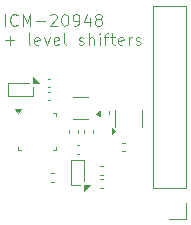
<source format=gto>
G04 #@! TF.GenerationSoftware,KiCad,Pcbnew,9.0.4*
G04 #@! TF.CreationDate,2025-09-29T17:09:58+02:00*
G04 #@! TF.ProjectId,icm_20948_breakout,69636d5f-3230-4393-9438-5f627265616b,rev?*
G04 #@! TF.SameCoordinates,Original*
G04 #@! TF.FileFunction,Legend,Top*
G04 #@! TF.FilePolarity,Positive*
%FSLAX46Y46*%
G04 Gerber Fmt 4.6, Leading zero omitted, Abs format (unit mm)*
G04 Created by KiCad (PCBNEW 9.0.4) date 2025-09-29 17:09:58*
%MOMM*%
%LPD*%
G01*
G04 APERTURE LIST*
%ADD10C,0.100000*%
%ADD11C,0.120000*%
G04 APERTURE END LIST*
D10*
X122303884Y-78562475D02*
X122303884Y-77562475D01*
X123351502Y-78467236D02*
X123303883Y-78514856D01*
X123303883Y-78514856D02*
X123161026Y-78562475D01*
X123161026Y-78562475D02*
X123065788Y-78562475D01*
X123065788Y-78562475D02*
X122922931Y-78514856D01*
X122922931Y-78514856D02*
X122827693Y-78419617D01*
X122827693Y-78419617D02*
X122780074Y-78324379D01*
X122780074Y-78324379D02*
X122732455Y-78133903D01*
X122732455Y-78133903D02*
X122732455Y-77991046D01*
X122732455Y-77991046D02*
X122780074Y-77800570D01*
X122780074Y-77800570D02*
X122827693Y-77705332D01*
X122827693Y-77705332D02*
X122922931Y-77610094D01*
X122922931Y-77610094D02*
X123065788Y-77562475D01*
X123065788Y-77562475D02*
X123161026Y-77562475D01*
X123161026Y-77562475D02*
X123303883Y-77610094D01*
X123303883Y-77610094D02*
X123351502Y-77657713D01*
X123780074Y-78562475D02*
X123780074Y-77562475D01*
X123780074Y-77562475D02*
X124113407Y-78276760D01*
X124113407Y-78276760D02*
X124446740Y-77562475D01*
X124446740Y-77562475D02*
X124446740Y-78562475D01*
X124922931Y-78181522D02*
X125684836Y-78181522D01*
X126113407Y-77657713D02*
X126161026Y-77610094D01*
X126161026Y-77610094D02*
X126256264Y-77562475D01*
X126256264Y-77562475D02*
X126494359Y-77562475D01*
X126494359Y-77562475D02*
X126589597Y-77610094D01*
X126589597Y-77610094D02*
X126637216Y-77657713D01*
X126637216Y-77657713D02*
X126684835Y-77752951D01*
X126684835Y-77752951D02*
X126684835Y-77848189D01*
X126684835Y-77848189D02*
X126637216Y-77991046D01*
X126637216Y-77991046D02*
X126065788Y-78562475D01*
X126065788Y-78562475D02*
X126684835Y-78562475D01*
X127303883Y-77562475D02*
X127399121Y-77562475D01*
X127399121Y-77562475D02*
X127494359Y-77610094D01*
X127494359Y-77610094D02*
X127541978Y-77657713D01*
X127541978Y-77657713D02*
X127589597Y-77752951D01*
X127589597Y-77752951D02*
X127637216Y-77943427D01*
X127637216Y-77943427D02*
X127637216Y-78181522D01*
X127637216Y-78181522D02*
X127589597Y-78371998D01*
X127589597Y-78371998D02*
X127541978Y-78467236D01*
X127541978Y-78467236D02*
X127494359Y-78514856D01*
X127494359Y-78514856D02*
X127399121Y-78562475D01*
X127399121Y-78562475D02*
X127303883Y-78562475D01*
X127303883Y-78562475D02*
X127208645Y-78514856D01*
X127208645Y-78514856D02*
X127161026Y-78467236D01*
X127161026Y-78467236D02*
X127113407Y-78371998D01*
X127113407Y-78371998D02*
X127065788Y-78181522D01*
X127065788Y-78181522D02*
X127065788Y-77943427D01*
X127065788Y-77943427D02*
X127113407Y-77752951D01*
X127113407Y-77752951D02*
X127161026Y-77657713D01*
X127161026Y-77657713D02*
X127208645Y-77610094D01*
X127208645Y-77610094D02*
X127303883Y-77562475D01*
X128113407Y-78562475D02*
X128303883Y-78562475D01*
X128303883Y-78562475D02*
X128399121Y-78514856D01*
X128399121Y-78514856D02*
X128446740Y-78467236D01*
X128446740Y-78467236D02*
X128541978Y-78324379D01*
X128541978Y-78324379D02*
X128589597Y-78133903D01*
X128589597Y-78133903D02*
X128589597Y-77752951D01*
X128589597Y-77752951D02*
X128541978Y-77657713D01*
X128541978Y-77657713D02*
X128494359Y-77610094D01*
X128494359Y-77610094D02*
X128399121Y-77562475D01*
X128399121Y-77562475D02*
X128208645Y-77562475D01*
X128208645Y-77562475D02*
X128113407Y-77610094D01*
X128113407Y-77610094D02*
X128065788Y-77657713D01*
X128065788Y-77657713D02*
X128018169Y-77752951D01*
X128018169Y-77752951D02*
X128018169Y-77991046D01*
X128018169Y-77991046D02*
X128065788Y-78086284D01*
X128065788Y-78086284D02*
X128113407Y-78133903D01*
X128113407Y-78133903D02*
X128208645Y-78181522D01*
X128208645Y-78181522D02*
X128399121Y-78181522D01*
X128399121Y-78181522D02*
X128494359Y-78133903D01*
X128494359Y-78133903D02*
X128541978Y-78086284D01*
X128541978Y-78086284D02*
X128589597Y-77991046D01*
X129446740Y-77895808D02*
X129446740Y-78562475D01*
X129208645Y-77514856D02*
X128970550Y-78229141D01*
X128970550Y-78229141D02*
X129589597Y-78229141D01*
X130113407Y-77991046D02*
X130018169Y-77943427D01*
X130018169Y-77943427D02*
X129970550Y-77895808D01*
X129970550Y-77895808D02*
X129922931Y-77800570D01*
X129922931Y-77800570D02*
X129922931Y-77752951D01*
X129922931Y-77752951D02*
X129970550Y-77657713D01*
X129970550Y-77657713D02*
X130018169Y-77610094D01*
X130018169Y-77610094D02*
X130113407Y-77562475D01*
X130113407Y-77562475D02*
X130303883Y-77562475D01*
X130303883Y-77562475D02*
X130399121Y-77610094D01*
X130399121Y-77610094D02*
X130446740Y-77657713D01*
X130446740Y-77657713D02*
X130494359Y-77752951D01*
X130494359Y-77752951D02*
X130494359Y-77800570D01*
X130494359Y-77800570D02*
X130446740Y-77895808D01*
X130446740Y-77895808D02*
X130399121Y-77943427D01*
X130399121Y-77943427D02*
X130303883Y-77991046D01*
X130303883Y-77991046D02*
X130113407Y-77991046D01*
X130113407Y-77991046D02*
X130018169Y-78038665D01*
X130018169Y-78038665D02*
X129970550Y-78086284D01*
X129970550Y-78086284D02*
X129922931Y-78181522D01*
X129922931Y-78181522D02*
X129922931Y-78371998D01*
X129922931Y-78371998D02*
X129970550Y-78467236D01*
X129970550Y-78467236D02*
X130018169Y-78514856D01*
X130018169Y-78514856D02*
X130113407Y-78562475D01*
X130113407Y-78562475D02*
X130303883Y-78562475D01*
X130303883Y-78562475D02*
X130399121Y-78514856D01*
X130399121Y-78514856D02*
X130446740Y-78467236D01*
X130446740Y-78467236D02*
X130494359Y-78371998D01*
X130494359Y-78371998D02*
X130494359Y-78181522D01*
X130494359Y-78181522D02*
X130446740Y-78086284D01*
X130446740Y-78086284D02*
X130399121Y-78038665D01*
X130399121Y-78038665D02*
X130303883Y-77991046D01*
X122303884Y-79791466D02*
X123065789Y-79791466D01*
X122684836Y-80172419D02*
X122684836Y-79410514D01*
X124446741Y-80172419D02*
X124351503Y-80124800D01*
X124351503Y-80124800D02*
X124303884Y-80029561D01*
X124303884Y-80029561D02*
X124303884Y-79172419D01*
X125208646Y-80124800D02*
X125113408Y-80172419D01*
X125113408Y-80172419D02*
X124922932Y-80172419D01*
X124922932Y-80172419D02*
X124827694Y-80124800D01*
X124827694Y-80124800D02*
X124780075Y-80029561D01*
X124780075Y-80029561D02*
X124780075Y-79648609D01*
X124780075Y-79648609D02*
X124827694Y-79553371D01*
X124827694Y-79553371D02*
X124922932Y-79505752D01*
X124922932Y-79505752D02*
X125113408Y-79505752D01*
X125113408Y-79505752D02*
X125208646Y-79553371D01*
X125208646Y-79553371D02*
X125256265Y-79648609D01*
X125256265Y-79648609D02*
X125256265Y-79743847D01*
X125256265Y-79743847D02*
X124780075Y-79839085D01*
X125589599Y-79505752D02*
X125827694Y-80172419D01*
X125827694Y-80172419D02*
X126065789Y-79505752D01*
X126827694Y-80124800D02*
X126732456Y-80172419D01*
X126732456Y-80172419D02*
X126541980Y-80172419D01*
X126541980Y-80172419D02*
X126446742Y-80124800D01*
X126446742Y-80124800D02*
X126399123Y-80029561D01*
X126399123Y-80029561D02*
X126399123Y-79648609D01*
X126399123Y-79648609D02*
X126446742Y-79553371D01*
X126446742Y-79553371D02*
X126541980Y-79505752D01*
X126541980Y-79505752D02*
X126732456Y-79505752D01*
X126732456Y-79505752D02*
X126827694Y-79553371D01*
X126827694Y-79553371D02*
X126875313Y-79648609D01*
X126875313Y-79648609D02*
X126875313Y-79743847D01*
X126875313Y-79743847D02*
X126399123Y-79839085D01*
X127446742Y-80172419D02*
X127351504Y-80124800D01*
X127351504Y-80124800D02*
X127303885Y-80029561D01*
X127303885Y-80029561D02*
X127303885Y-79172419D01*
X128541981Y-80124800D02*
X128637219Y-80172419D01*
X128637219Y-80172419D02*
X128827695Y-80172419D01*
X128827695Y-80172419D02*
X128922933Y-80124800D01*
X128922933Y-80124800D02*
X128970552Y-80029561D01*
X128970552Y-80029561D02*
X128970552Y-79981942D01*
X128970552Y-79981942D02*
X128922933Y-79886704D01*
X128922933Y-79886704D02*
X128827695Y-79839085D01*
X128827695Y-79839085D02*
X128684838Y-79839085D01*
X128684838Y-79839085D02*
X128589600Y-79791466D01*
X128589600Y-79791466D02*
X128541981Y-79696228D01*
X128541981Y-79696228D02*
X128541981Y-79648609D01*
X128541981Y-79648609D02*
X128589600Y-79553371D01*
X128589600Y-79553371D02*
X128684838Y-79505752D01*
X128684838Y-79505752D02*
X128827695Y-79505752D01*
X128827695Y-79505752D02*
X128922933Y-79553371D01*
X129399124Y-80172419D02*
X129399124Y-79172419D01*
X129827695Y-80172419D02*
X129827695Y-79648609D01*
X129827695Y-79648609D02*
X129780076Y-79553371D01*
X129780076Y-79553371D02*
X129684838Y-79505752D01*
X129684838Y-79505752D02*
X129541981Y-79505752D01*
X129541981Y-79505752D02*
X129446743Y-79553371D01*
X129446743Y-79553371D02*
X129399124Y-79600990D01*
X130303886Y-80172419D02*
X130303886Y-79505752D01*
X130303886Y-79172419D02*
X130256267Y-79220038D01*
X130256267Y-79220038D02*
X130303886Y-79267657D01*
X130303886Y-79267657D02*
X130351505Y-79220038D01*
X130351505Y-79220038D02*
X130303886Y-79172419D01*
X130303886Y-79172419D02*
X130303886Y-79267657D01*
X130637219Y-79505752D02*
X131018171Y-79505752D01*
X130780076Y-80172419D02*
X130780076Y-79315276D01*
X130780076Y-79315276D02*
X130827695Y-79220038D01*
X130827695Y-79220038D02*
X130922933Y-79172419D01*
X130922933Y-79172419D02*
X131018171Y-79172419D01*
X131208648Y-79505752D02*
X131589600Y-79505752D01*
X131351505Y-79172419D02*
X131351505Y-80029561D01*
X131351505Y-80029561D02*
X131399124Y-80124800D01*
X131399124Y-80124800D02*
X131494362Y-80172419D01*
X131494362Y-80172419D02*
X131589600Y-80172419D01*
X132303886Y-80124800D02*
X132208648Y-80172419D01*
X132208648Y-80172419D02*
X132018172Y-80172419D01*
X132018172Y-80172419D02*
X131922934Y-80124800D01*
X131922934Y-80124800D02*
X131875315Y-80029561D01*
X131875315Y-80029561D02*
X131875315Y-79648609D01*
X131875315Y-79648609D02*
X131922934Y-79553371D01*
X131922934Y-79553371D02*
X132018172Y-79505752D01*
X132018172Y-79505752D02*
X132208648Y-79505752D01*
X132208648Y-79505752D02*
X132303886Y-79553371D01*
X132303886Y-79553371D02*
X132351505Y-79648609D01*
X132351505Y-79648609D02*
X132351505Y-79743847D01*
X132351505Y-79743847D02*
X131875315Y-79839085D01*
X132780077Y-80172419D02*
X132780077Y-79505752D01*
X132780077Y-79696228D02*
X132827696Y-79600990D01*
X132827696Y-79600990D02*
X132875315Y-79553371D01*
X132875315Y-79553371D02*
X132970553Y-79505752D01*
X132970553Y-79505752D02*
X133065791Y-79505752D01*
X133351506Y-80124800D02*
X133446744Y-80172419D01*
X133446744Y-80172419D02*
X133637220Y-80172419D01*
X133637220Y-80172419D02*
X133732458Y-80124800D01*
X133732458Y-80124800D02*
X133780077Y-80029561D01*
X133780077Y-80029561D02*
X133780077Y-79981942D01*
X133780077Y-79981942D02*
X133732458Y-79886704D01*
X133732458Y-79886704D02*
X133637220Y-79839085D01*
X133637220Y-79839085D02*
X133494363Y-79839085D01*
X133494363Y-79839085D02*
X133399125Y-79791466D01*
X133399125Y-79791466D02*
X133351506Y-79696228D01*
X133351506Y-79696228D02*
X133351506Y-79648609D01*
X133351506Y-79648609D02*
X133399125Y-79553371D01*
X133399125Y-79553371D02*
X133494363Y-79505752D01*
X133494363Y-79505752D02*
X133637220Y-79505752D01*
X133637220Y-79505752D02*
X133732458Y-79553371D01*
D11*
X122540000Y-83400000D02*
X122540000Y-84500000D01*
X124320000Y-83400000D02*
X122540000Y-83400000D01*
X124640000Y-84500000D02*
X122540000Y-84500000D01*
X124640000Y-84500000D02*
X124640000Y-83720000D01*
X125140000Y-83400000D02*
X124640000Y-83400000D01*
X124640000Y-82900000D01*
X125140000Y-83400000D01*
G36*
X125140000Y-83400000D02*
G01*
X124640000Y-83400000D01*
X124640000Y-82900000D01*
X125140000Y-83400000D01*
G37*
X126127836Y-84140000D02*
X125912164Y-84140000D01*
X126127836Y-84860000D02*
X125912164Y-84860000D01*
X128372164Y-88640000D02*
X128587836Y-88640000D01*
X128372164Y-89360000D02*
X128587836Y-89360000D01*
X132427836Y-88464999D02*
X132212164Y-88464999D01*
X132427836Y-89184999D02*
X132212164Y-89184999D01*
X130340000Y-85987836D02*
X130340000Y-85772164D01*
X131060000Y-85987836D02*
X131060000Y-85772164D01*
X126192164Y-91040000D02*
X126407836Y-91040000D01*
X126192164Y-91760000D02*
X126407836Y-91760000D01*
X123400000Y-89100000D02*
X123400000Y-88850000D01*
X123400000Y-89100000D02*
X123650000Y-89100000D01*
X126600000Y-85900000D02*
X126350000Y-85900000D01*
X126600000Y-85900000D02*
X126600000Y-86150000D01*
X126600000Y-89100000D02*
X126350000Y-89100000D01*
X126600000Y-89100000D02*
X126600000Y-88850000D01*
X123400000Y-85900000D02*
X123160000Y-85570000D01*
X123640000Y-85570000D01*
X123400000Y-85900000D01*
G36*
X123400000Y-85900000D02*
G01*
X123160000Y-85570000D01*
X123640000Y-85570000D01*
X123400000Y-85900000D01*
G37*
X130587836Y-91540000D02*
X130372164Y-91540000D01*
X130587836Y-92260000D02*
X130372164Y-92260000D01*
X129018500Y-87607836D02*
X129018500Y-87392164D01*
X129738500Y-87607836D02*
X129738500Y-87392164D01*
X127900000Y-92000000D02*
X127900000Y-89900000D01*
X127900000Y-92000000D02*
X128680000Y-92000000D01*
X129000000Y-89900000D02*
X127900000Y-89900000D01*
X129000000Y-91680000D02*
X129000000Y-89900000D01*
X129000000Y-92500000D02*
X129000000Y-92000000D01*
X129500000Y-92000000D01*
X129000000Y-92500000D01*
G36*
X129000000Y-92500000D02*
G01*
X129000000Y-92000000D01*
X129500000Y-92000000D01*
X129000000Y-92500000D01*
G37*
X134820000Y-92250000D02*
X134820000Y-76900000D01*
X137580000Y-76900000D02*
X134820000Y-76900000D01*
X137580000Y-92250000D02*
X134820000Y-92250000D01*
X137580000Y-92250000D02*
X137580000Y-76900000D01*
X137580000Y-93520000D02*
X137580000Y-94900000D01*
X137580000Y-94900000D02*
X136200000Y-94900000D01*
X127718500Y-87607836D02*
X127718500Y-87392164D01*
X128438500Y-87607836D02*
X128438500Y-87392164D01*
X131590000Y-87084999D02*
X131590000Y-85674999D01*
X133910000Y-87074999D02*
X133910000Y-85674999D01*
X131640000Y-87454999D02*
X131310000Y-87694999D01*
X131310000Y-87214999D01*
X131640000Y-87454999D01*
G36*
X131640000Y-87454999D02*
G01*
X131310000Y-87694999D01*
X131310000Y-87214999D01*
X131640000Y-87454999D01*
G37*
X130587836Y-90440000D02*
X130372164Y-90440000D01*
X130587836Y-91160000D02*
X130372164Y-91160000D01*
X128691000Y-84539006D02*
X128091000Y-84539006D01*
X128691000Y-84539006D02*
X129291000Y-84539006D01*
X128691000Y-86409006D02*
X128091000Y-86409006D01*
X128691000Y-86409006D02*
X129291000Y-86409006D01*
X130331000Y-86214006D02*
X130001000Y-85974006D01*
X130331000Y-85734006D01*
X130331000Y-86214006D01*
G36*
X130331000Y-86214006D02*
G01*
X130001000Y-85974006D01*
X130331000Y-85734006D01*
X130331000Y-86214006D01*
G37*
X126127836Y-83040000D02*
X125912164Y-83040000D01*
X126127836Y-83760000D02*
X125912164Y-83760000D01*
M02*

</source>
